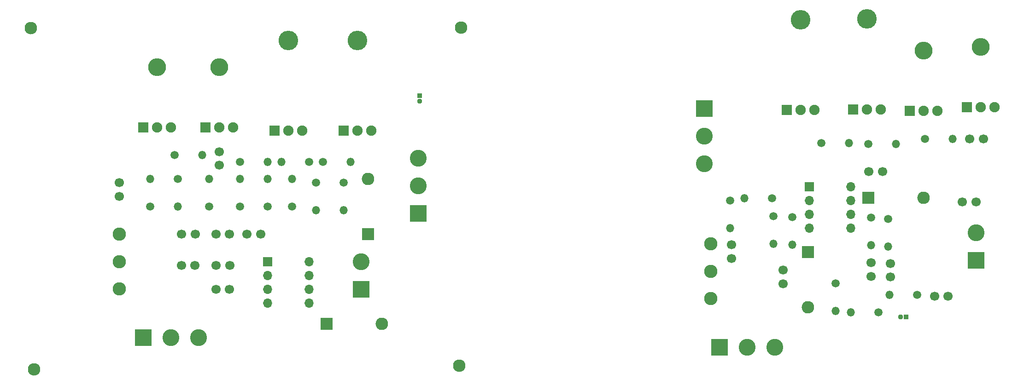
<source format=gbr>
%TF.GenerationSoftware,KiCad,Pcbnew,(5.1.6)-1*%
%TF.CreationDate,2020-07-12T13:26:10+05:30*%
%TF.ProjectId,original,6f726967-696e-4616-9c2e-6b696361645f,rev?*%
%TF.SameCoordinates,Original*%
%TF.FileFunction,Soldermask,Bot*%
%TF.FilePolarity,Negative*%
%FSLAX46Y46*%
G04 Gerber Fmt 4.6, Leading zero omitted, Abs format (unit mm)*
G04 Created by KiCad (PCBNEW (5.1.6)-1) date 2020-07-12 13:26:10*
%MOMM*%
%LPD*%
G01*
G04 APERTURE LIST*
%ADD10C,2.300000*%
%ADD11C,3.100000*%
%ADD12R,3.100000X3.100000*%
%ADD13O,1.500000X1.500000*%
%ADD14C,1.500000*%
%ADD15O,1.700000X1.700000*%
%ADD16R,1.700000X1.700000*%
%ADD17C,2.440000*%
%ADD18O,3.600000X3.600000*%
%ADD19R,1.900000X1.900000*%
%ADD20O,1.900000X1.900000*%
%ADD21O,3.300000X3.300000*%
%ADD22O,2.300000X2.300000*%
%ADD23R,2.300000X2.300000*%
%ADD24C,1.700000*%
%ADD25R,0.950000X0.950000*%
%ADD26O,0.950000X0.950000*%
G04 APERTURE END LIST*
D10*
%TO.C,REF\u002A\u002A*%
X27940000Y-100076000D03*
%TD*%
%TO.C,REF\u002A\u002A*%
X106121200Y-99364800D03*
%TD*%
%TO.C,REF\u002A\u002A*%
X106413300Y-37109400D03*
%TD*%
%TO.C,REF\u002A\u002A*%
X27305000Y-37211000D03*
%TD*%
D11*
%TO.C,J1*%
X58166000Y-94234000D03*
X53086000Y-94234000D03*
D12*
X48006000Y-94234000D03*
%TD*%
D13*
%TO.C,R12*%
X86106000Y-61849000D03*
D14*
X81026000Y-61849000D03*
%TD*%
D15*
%TO.C,U1*%
X78486000Y-80264000D03*
X70866000Y-87884000D03*
X78486000Y-82804000D03*
X70866000Y-85344000D03*
X78486000Y-85344000D03*
X70866000Y-82804000D03*
X78486000Y-87884000D03*
D16*
X70866000Y-80264000D03*
%TD*%
D17*
%TO.C,RV1*%
X43561000Y-75184000D03*
X43561000Y-80184000D03*
X43561000Y-85184000D03*
%TD*%
D13*
%TO.C,R11*%
X58801000Y-60579000D03*
D14*
X53721000Y-60579000D03*
%TD*%
D13*
%TO.C,R10*%
X73406000Y-61849000D03*
D14*
X78486000Y-61849000D03*
%TD*%
D13*
%TO.C,R9*%
X84836000Y-70739000D03*
D14*
X84836000Y-65659000D03*
%TD*%
D13*
%TO.C,R8*%
X70866000Y-61849000D03*
D14*
X65786000Y-61849000D03*
%TD*%
D13*
%TO.C,R7*%
X79756000Y-70739000D03*
D14*
X79756000Y-65659000D03*
%TD*%
D13*
%TO.C,R6*%
X75311000Y-65024000D03*
D14*
X75311000Y-70104000D03*
%TD*%
D13*
%TO.C,R5*%
X70866000Y-65024000D03*
D14*
X70866000Y-70104000D03*
%TD*%
D13*
%TO.C,R4*%
X65786000Y-65024000D03*
D14*
X65786000Y-70104000D03*
%TD*%
D13*
%TO.C,R3*%
X60071000Y-65024000D03*
D14*
X60071000Y-70104000D03*
%TD*%
D13*
%TO.C,R2*%
X54356000Y-70104000D03*
D14*
X54356000Y-65024000D03*
%TD*%
D13*
%TO.C,R1*%
X49276000Y-65024000D03*
D14*
X49276000Y-70104000D03*
%TD*%
D18*
%TO.C,Q4*%
X87376000Y-39474000D03*
D19*
X84836000Y-56134000D03*
D20*
X87376000Y-56134000D03*
X89916000Y-56134000D03*
%TD*%
D18*
%TO.C,Q3*%
X74676000Y-39474000D03*
D19*
X72136000Y-56134000D03*
D20*
X74676000Y-56134000D03*
X77216000Y-56134000D03*
%TD*%
D21*
%TO.C,Q2*%
X61976000Y-44399000D03*
D19*
X59436000Y-55499000D03*
D20*
X61976000Y-55499000D03*
X64516000Y-55499000D03*
%TD*%
D21*
%TO.C,Q1*%
X50546000Y-44399000D03*
D19*
X48006000Y-55499000D03*
D20*
X50546000Y-55499000D03*
X53086000Y-55499000D03*
%TD*%
D11*
%TO.C,J2*%
X88011000Y-80264000D03*
D12*
X88011000Y-85344000D03*
%TD*%
D22*
%TO.C,D2*%
X91821000Y-91694000D03*
D23*
X81661000Y-91694000D03*
%TD*%
D22*
%TO.C,D1*%
X89281000Y-65024000D03*
D23*
X89281000Y-75184000D03*
%TD*%
D24*
%TO.C,C8*%
X61976000Y-59984000D03*
X61976000Y-62484000D03*
%TD*%
%TO.C,C7*%
X67096000Y-75184000D03*
X69596000Y-75184000D03*
%TD*%
%TO.C,C6*%
X63841000Y-85344000D03*
X61341000Y-85344000D03*
%TD*%
%TO.C,C5*%
X57491000Y-80899000D03*
X54991000Y-80899000D03*
%TD*%
%TO.C,C4*%
X61381000Y-80899000D03*
X63881000Y-80899000D03*
%TD*%
%TO.C,C3*%
X63841000Y-75184000D03*
X61341000Y-75184000D03*
%TD*%
%TO.C,C2*%
X43561000Y-68159000D03*
X43561000Y-65659000D03*
%TD*%
%TO.C,C1*%
X55031000Y-75184000D03*
X57531000Y-75184000D03*
%TD*%
D12*
%TO.C,J4*%
X98552000Y-71374000D03*
D11*
X98552000Y-66294000D03*
X98552000Y-61214000D03*
%TD*%
D25*
%TO.C,J3*%
X98806000Y-49657000D03*
D26*
X98806000Y-50657000D03*
%TD*%
D24*
%TO.C,C9*%
X198541000Y-69215000D03*
X201041000Y-69215000D03*
%TD*%
%TO.C,C10*%
X156083000Y-77089000D03*
X156083000Y-79589000D03*
%TD*%
%TO.C,C11*%
X165608000Y-81788000D03*
X165608000Y-84288000D03*
%TD*%
%TO.C,C12*%
X183856000Y-63627000D03*
X181356000Y-63627000D03*
%TD*%
%TO.C,C13*%
X181737000Y-80391000D03*
X181737000Y-82891000D03*
%TD*%
%TO.C,C14*%
X185293000Y-80558000D03*
X185293000Y-83058000D03*
%TD*%
%TO.C,C15*%
X202398000Y-57658000D03*
X199898000Y-57658000D03*
%TD*%
%TO.C,C16*%
X193421000Y-86614000D03*
X195921000Y-86614000D03*
%TD*%
D23*
%TO.C,D3*%
X170180000Y-78486000D03*
D22*
X170180000Y-88646000D03*
%TD*%
%TO.C,D4*%
X191389000Y-68453000D03*
D23*
X181229000Y-68453000D03*
%TD*%
D12*
%TO.C,J5*%
X153924000Y-96012000D03*
D11*
X159004000Y-96012000D03*
X164084000Y-96012000D03*
%TD*%
D25*
%TO.C,J6*%
X188198000Y-90424000D03*
D26*
X187198000Y-90424000D03*
%TD*%
D12*
%TO.C,J7*%
X201041000Y-80010000D03*
D11*
X201041000Y-74930000D03*
%TD*%
%TO.C,J8*%
X151130000Y-62230000D03*
X151130000Y-57150000D03*
D12*
X151130000Y-52070000D03*
%TD*%
D20*
%TO.C,Q5*%
X193929000Y-52451000D03*
X191389000Y-52451000D03*
D19*
X188849000Y-52451000D03*
D21*
X191389000Y-41351000D03*
%TD*%
%TO.C,Q6*%
X201930000Y-40716000D03*
D19*
X199390000Y-51816000D03*
D20*
X201930000Y-51816000D03*
X204470000Y-51816000D03*
%TD*%
D18*
%TO.C,Q7*%
X168783000Y-35664000D03*
D19*
X166243000Y-52324000D03*
D20*
X168783000Y-52324000D03*
X171323000Y-52324000D03*
%TD*%
%TO.C,Q8*%
X183515000Y-52197000D03*
X180975000Y-52197000D03*
D19*
X178435000Y-52197000D03*
D18*
X180975000Y-35537000D03*
%TD*%
D13*
%TO.C,R13*%
X155829000Y-74041000D03*
D14*
X155829000Y-68961000D03*
%TD*%
%TO.C,R14*%
X163576000Y-68580000D03*
D13*
X158496000Y-68580000D03*
%TD*%
D14*
%TO.C,R15*%
X167259000Y-72009000D03*
D13*
X167259000Y-77089000D03*
%TD*%
%TO.C,R16*%
X163830000Y-76962000D03*
D14*
X163830000Y-71882000D03*
%TD*%
D13*
%TO.C,R17*%
X181737000Y-77216000D03*
D14*
X181737000Y-72136000D03*
%TD*%
%TO.C,R18*%
X184912000Y-72390000D03*
D13*
X184912000Y-77470000D03*
%TD*%
D14*
%TO.C,R19*%
X175260000Y-84201000D03*
D13*
X175260000Y-89281000D03*
%TD*%
%TO.C,R20*%
X186309000Y-58547000D03*
D14*
X181229000Y-58547000D03*
%TD*%
D13*
%TO.C,R21*%
X178054000Y-89535000D03*
D14*
X183134000Y-89535000D03*
%TD*%
%TO.C,R22*%
X172593000Y-58420000D03*
D13*
X177673000Y-58420000D03*
%TD*%
D14*
%TO.C,R23*%
X190246000Y-86360000D03*
D13*
X185166000Y-86360000D03*
%TD*%
%TO.C,R24*%
X196723000Y-57658000D03*
D14*
X191643000Y-57658000D03*
%TD*%
D17*
%TO.C,RV2*%
X152273000Y-86962000D03*
X152273000Y-81962000D03*
X152273000Y-76962000D03*
%TD*%
D16*
%TO.C,U2*%
X170434000Y-66421000D03*
D15*
X178054000Y-74041000D03*
X170434000Y-68961000D03*
X178054000Y-71501000D03*
X170434000Y-71501000D03*
X178054000Y-68961000D03*
X170434000Y-74041000D03*
X178054000Y-66421000D03*
%TD*%
M02*

</source>
